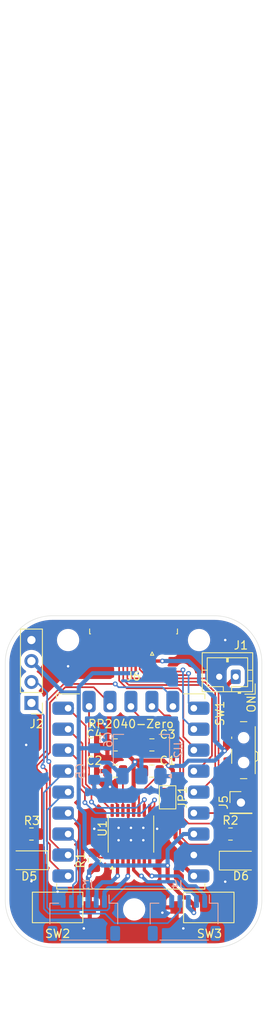
<source format=kicad_pcb>
(kicad_pcb (version 20240108) (generator "pcbnew") (generator_version "8.0")
  (layers (0 "F.Cu" signal) (31 "B.Cu" signal) (34 "B.Paste" user) (35 "F.Paste" user) (36 "B.SilkS" user "B.Silkscreen") (37 "F.SilkS" user "F.Silkscreen") (38 "B.Mask" user) (39 "F.Mask" user) (44 "Edge.Cuts" user))
  (net 0 "")
  (net 1 "Net-(U1-VCP)")
  (net 2 "+BATT")
  (net 3 "GND")
  (net 4 "Net-(U1-VINT)")
  (net 5 "Net-(J1-Pin_1)")
  (net 6 "+3V3")
  (net 7 "RX")
  (net 8 "TX")
  (net 9 "Net-(J3-Pin_2)")
  (net 10 "Net-(J3-Pin_1)")
  (net 11 "GP9")
  (net 12 "GP8")
  (net 13 "GP2")
  (net 14 "Net-(J4-Pin_2)")
  (net 15 "GP3")
  (net 16 "Net-(J4-Pin_1)")
  (net 17 "GP14")
  (net 18 "A2")
  (net 19 "A3")
  (net 20 "A1")
  (net 21 "A0")
  (net 22 "Net-(U1-~{SLEEP})")
  (net 23 "GP11")
  (net 24 "GP10")
  (net 25 "GP13")
  (net 26 "GP6")
  (net 27 "GP15")
  (net 28 "GP5")
  (net 29 "GP7")
  (net 30 "GP12")
  (net 31 "GP4")
  (net 34 "Net-(D5-A)")
  (net 35 "Net-(D6-A)")
  (net 36 "Net-(JP1-B)")
  (footprint "Button_Switch_SMD:SW_SPST_CK_RS282G05A3" (layer "F.Cu") (at 146.595 160.655 180)
    (property "Reference" "SW3" (at -0.09 -3.175 0) (layer "F.SilkS"))
    (property "Value" "SW_Push")
    (pad "1" smd rect (at -3.9 0 180) (size 1.5 1.5) (layers "F.Cu" "F.Paste" "F.Mask") (net 30 "GP12"))
    (pad "2" smd rect (at 3.9 0 180) (size 1.5 1.5) (layers "F.Cu" "F.Paste" "F.Mask") (net 3 "GND"))
  )
  (footprint "Resistor_SMD:R_0805_2012Metric" (layer "F.Cu") (at 132.715 154.94 90)
    (property "Reference" "R1" (at 0 -1.65 90) (layer "F.SilkS"))
    (property "Value" "20k")
    (pad "1" smd roundrect (at -0.9125 0 90) (size 1.025 1.4) (layers "F.Cu" "F.Paste" "F.Mask") (roundrect_rratio 0.243902) (net 6 "+3V3"))
    (pad "2" smd roundrect (at 0.9125 0 90) (size 1.025 1.4) (layers "F.Cu" "F.Paste" "F.Mask") (roundrect_rratio 0.243902) (net 22 "Net-(U1-~{SLEEP})"))
  )
  (footprint "Capacitor_SMD:C_0805_2012Metric" (layer "F.Cu") (at 139.7 140.97)
    (property "Reference" "C3" (at 1.905 -1.27 0) (layer "F.SilkS"))
    (property "Value" "22uF")
    (pad "1" smd roundrect (at -0.95 0) (size 1 1.45) (layers "F.Cu" "F.Paste" "F.Mask") (net 2 "+BATT"))
    (pad "2" smd roundrect (at 0.95 0) (size 1 1.45) (layers "F.Cu" "F.Paste" "F.Mask") (net 3 "GND"))
  )
  (footprint "Connector_PinHeader_2.54mm:PinHeader_1x01_P2.54mm_Vertical" (layer "F.Cu") (at 150.495 147.955)
    (property "Reference" "J5" (at -2.107206 -0.02301 90) (layer "F.SilkS"))
    (property "Value" "GND")
    (pad "1" thru_hole rect (at 0 0) (size 1.7 1.7) (drill 1) (layers "*.Cu" "*.Mask") (net 3 "GND"))
  )
  (footprint "Capacitor_SMD:C_0805_2012Metric" (layer "F.Cu") (at 139.7 144.145)
    (property "Reference" "C1" (at 1.905 -1.27 0) (layer "F.SilkS"))
    (property "Value" "10nF")
    (pad "1" smd roundrect (at -0.95 0) (size 1 1.45) (layers "F.Cu" "F.Paste" "F.Mask") (net 2 "+BATT"))
    (pad "2" smd roundrect (at 0.95 0) (size 1 1.45) (layers "F.Cu" "F.Paste" "F.Mask") (net 1 "Net-(U1-VCP)"))
  )
  (footprint "" (layer "F.Cu") (at 129.54 128.27)
    (property "Reference" "" (at 0 0 0) (layer "F.SilkS") (effects (font (size 1.27 1.27))))
    (property "Value" "")
    (pad "" np_thru_hole circle (at 0 0) (size 2.2 2.2) (drill 2.2) (layers "*.Cu" "*.Mask"))
  )
  (footprint "Package_SO:HTSSOP-16-1EP_4.4x5mm_P0.65mm_EP3.4x5mm_Mask2.46x2.31mm_ThermalVias" (layer "F.Cu") (at 137.16 151.765 90)
    (property "Reference" "U1" (at 0.665 -3.45 90) (layer "F.SilkS"))
    (property "Value" "DRV8833PW")
    (pad "1" smd roundrect (at -2.8625 -2.275 90) (size 1.575 0.4) (layers "F.Cu" "F.Paste" "F.Mask") (net 22 "Net-(U1-~{SLEEP})"))
    (pad "2" smd roundrect (at -2.8625 -1.625 90) (size 1.575 0.4) (layers "F.Cu" "F.Paste" "F.Mask") (net 9 "Net-(J3-Pin_2)"))
    (pad "3" smd roundrect (at -2.8625 -0.975 90) (size 1.575 0.4) (layers "F.Cu" "F.Paste" "F.Mask") (net 3 "GND"))
    (pad "4" smd roundrect (at -2.8625 -0.325 90) (size 1.575 0.4) (layers "F.Cu" "F.Paste" "F.Mask") (net 10 "Net-(J3-Pin_1)"))
    (pad "5" smd roundrect (at -2.8625 0.325 90) (size 1.575 0.4) (layers "F.Cu" "F.Paste" "F.Mask") (net 14 "Net-(J4-Pin_2)"))
    (pad "6" smd roundrect (at -2.8625 0.975 90) (size 1.575 0.4) (layers "F.Cu" "F.Paste" "F.Mask") (net 3 "GND"))
    (pad "7" smd roundrect (at -2.8625 1.625 90) (size 1.575 0.4) (layers "F.Cu" "F.Paste" "F.Mask") (net 16 "Net-(J4-Pin_1)"))
    (pad "8" smd roundrect (at -2.8625 2.275 90) (size 1.575 0.4) (layers "F.Cu" "F.Paste" "F.Mask"))
    (pad "9" smd roundrect (at 2.8625 2.275 90) (size 1.575 0.4) (layers "F.Cu" "F.Paste" "F.Mask") (net 26 "GP6"))
    (pad "10" smd roundrect (at 2.8625 1.625 90) (size 1.575 0.4) (layers "F.Cu" "F.Paste" "F.Mask") (net 29 "GP7"))
    (pad "11" smd roundrect (at 2.8625 0.975 90) (size 1.575 0.4) (layers "F.Cu" "F.Paste" "F.Mask") (net 1 "Net-(U1-VCP)"))
    (pad "12" smd roundrect (at 2.8625 0.325 90) (size 1.575 0.4) (layers "F.Cu" "F.Paste" "F.Mask") (net 2 "+BATT"))
    (pad "13" smd roundrect (at 2.8625 -0.325 90) (size 1.575 0.4) (layers "F.Cu" "F.Paste" "F.Mask") (net 3 "GND"))
    (pad "14" smd roundrect (at 2.8625 -0.975 90) (size 1.575 0.4) (layers "F.Cu" "F.Paste" "F.Mask") (net 4 "Net-(U1-VINT)"))
    (pad "15" smd roundrect (at 2.8625 -1.625 90) (size 1.575 0.4) (layers "F.Cu" "F.Paste" "F.Mask") (net 11 "GP9"))
    (pad "16" smd roundrect (at 2.8625 -2.275 90) (size 1.575 0.4) (layers "F.Cu" "F.Paste" "F.Mask") (net 12 "GP8"))
    (pad "17" thru_hole circle (at -0.75 -1.5 90) (size 0.6 0.6) (drill 0.3) (property pad_prop_heatsink) (layers "*.Cu") (net 3 "GND"))
    (pad "17" thru_hole circle (at -0.75 0 90) (size 0.6 0.6) (drill 0.3) (property pad_prop_heatsink) (layers "*.Cu") (net 3 "GND"))
    (pad "17" thru_hole circle (at -0.75 1.5 90) (size 0.6 0.6) (drill 0.3) (property pad_prop_heatsink) (layers "*.Cu") (net 3 "GND"))
    (pad "17" smd rect (at 0 0 90) (size 2 3.5) (property pad_prop_heatsink) (layers "B.Cu") (net 3 "GND"))
    (pad "17" smd rect (at 0 0 90) (size 3.4 5) (property pad_prop_heatsink) (layers "F.Cu") (net 3 "GND"))
    (pad "17" thru_hole circle (at 0.75 -1.5 90) (size 0.6 0.6) (drill 0.3) (property pad_prop_heatsink) (layers "*.Cu") (net 3 "GND"))
    (pad "17" thru_hole circle (at 0.75 0 90) (size 0.6 0.6) (drill 0.3) (property pad_prop_heatsink) (layers "*.Cu") (net 3 "GND"))
    (pad "17" thru_hole circle (at 0.75 1.5 90) (size 0.6 0.6) (drill 0.3) (property pad_prop_heatsink) (layers "*.Cu") (net 3 "GND"))
  )
  (footprint "Connector_JST:JST_PH_B2B-PH-K_1x02_P2.00mm_Vertical" (layer "F.Cu") (at 149.86 132.715 180)
    (property "Reference" "J1" (at -0.635 3.81 0) (layer "F.SilkS"))
    (property "Value" "Power")
    (pad "1" thru_hole roundrect (at 0 0 180) (size 1.2 1.75) (drill 0.75) (layers "*.Cu" "*.Mask") (roundrect_rratio 0.208333) (net 5 "Net-(J1-Pin_1)"))
    (pad "2" thru_hole oval (at 2 0 180) (size 1.2 1.75) (drill 0.75) (layers "*.Cu" "*.Mask") (net 3 "GND"))
  )
  (footprint "Capacitor_SMD:C_0805_2012Metric" (layer "F.Cu") (at 135.255 144.145)
    (property "Reference" "C2" (at -2.54 -1.27 0) (layer "F.SilkS"))
    (property "Value" "2.2uF")
    (pad "1" smd roundrect (at -0.95 0) (size 1 1.45) (layers "F.Cu" "F.Paste" "F.Mask") (net 3 "GND"))
    (pad "2" smd roundrect (at 0.95 0) (size 1 1.45) (layers "F.Cu" "F.Paste" "F.Mask") (net 4 "Net-(U1-VINT)"))
  )
  (footprint "Resistor_SMD:R_0805_2012Metric" (layer "F.Cu") (at 125.095 151.765 180)
    (property "Reference" "R3" (at -0.055789 1.608728 0) (layer "F.SilkS"))
    (property "Value" "220R")
    (pad "1" smd roundrect (at -0.9125 0 180) (size 1.025 1.4) (layers "F.Cu" "F.Paste" "F.Mask") (roundrect_rratio 0.243902) (net 24 "GP10"))
    (pad "2" smd roundrect (at 0.9125 0 180) (size 1.025 1.4) (layers "F.Cu" "F.Paste" "F.Mask") (roundrect_rratio 0.243902) (net 34 "Net-(D5-A)"))
  )
  (footprint "MyPassives:SlimFPC_1x10-1MP_P0.5mm_Horizontal" (layer "F.Cu") (at 137.476957 129.564012 180)
    (property "Reference" "J6" (at 0 -3.1 0) (layer "F.SilkS"))
    (property "Value" "10x0.5mm FPC")
    (pad "1" smd rect (at -2.25 -1.35 180) (size 0.3 1.1) (layers "F.Cu" "F.Paste" "F.Mask") (net 2 "+BATT"))
    (pad "2" smd rect (at -1.75 -1.35 180) (size 0.3 1.1) (layers "F.Cu" "F.Paste" "F.Mask") (net 3 "GND"))
    (pad "3" smd rect (at -1.25 -1.35 180) (size 0.3 1.1) (layers "F.Cu" "F.Paste" "F.Mask") (net 27 "GP15"))
    (pad "4" smd rect (at -0.75 -1.35 180) (size 0.3 1.1) (layers "F.Cu" "F.Paste" "F.Mask") (net 17 "GP14"))
    (pad "5" smd rect (at -0.25 -1.35 180) (size 0.3 1.1) (layers "F.Cu" "F.Paste" "F.Mask") (net 6 "+3V3"))
    (pad "6" smd rect (at 0.25 -1.35 180) (size 0.3 1.1) (layers "F.Cu" "F.Paste" "F.Mask") (net 19 "A3"))
    (pad "7" smd rect (at 0.75 -1.35 180) (size 0.3 1.1) (layers "F.Cu" "F.Paste" "F.Mask") (net 18 "A2"))
    (pad "8" smd rect (at 1.25 -1.35 180) (size 0.3 1.1) (layers "F.Cu" "F.Paste" "F.Mask") (net 20 "A1"))
    (pad "9" smd rect (at 1.75 -1.35 180) (size 0.3 1.1) (layers "F.Cu" "F.Paste" "F.Mask") (net 21 "A0"))
    (pad "10" smd rect (at 2.25 -1.35 180) (size 0.3 1.1) (layers "F.Cu" "F.Paste" "F.Mask") (net 3 "GND"))
    (pad "MP" smd rect (at -3.798 1.016 180) (size 2.056 2.54) (layers "F.Cu" "F.Paste" "F.Mask"))
    (pad "MP" smd rect (at 3.798 1.016 180) (size 2.056 2.54) (layers "F.Cu" "F.Paste" "F.Mask"))
  )
  (footprint "" (layer "F.Cu") (at 145.415 128.27)
    (property "Reference" "" (at 0 0 0) (layer "F.SilkS") (effects (font (size 1.27 1.27))))
    (property "Value" "")
    (pad "" np_thru_hole circle (at 0 0) (size 2.2 2.2) (drill 2.2) (layers "*.Cu" "*.Mask"))
  )
  (footprint "LED_SMD:LED_1206_3216Metric" (layer "F.Cu") (at 124.828846 154.94 180)
    (property "Reference" "D5" (at 0 -1.938672 0) (layer "F.SilkS"))
    (property "Value" "LED")
    (pad "1" smd roundrect (at -1.4 0 180) (size 1.25 1.75) (layers "F.Cu" "F.Paste" "F.Mask") (roundrect_rratio 0.2) (net 3 "GND"))
    (pad "2" smd roundrect (at 1.4 0 180) (size 1.25 1.75) (layers "F.Cu" "F.Paste" "F.Mask") (roundrect_rratio 0.2) (net 34 "Net-(D5-A)"))
  )
  (footprint "Capacitor_SMD:C_0805_2012Metric" (layer "F.Cu") (at 135.255 140.97 180)
    (property "Reference" "C4" (at 2.54 1.27 0) (layer "F.SilkS"))
    (property "Value" "100nF")
    (pad "1" smd roundrect (at -0.95 0 180) (size 1 1.45) (layers "F.Cu" "F.Paste" "F.Mask") (net 2 "+BATT"))
    (pad "2" smd roundrect (at 0.95 0 180) (size 1 1.45) (layers "F.Cu" "F.Paste" "F.Mask") (net 3 "GND"))
  )
  (footprint "MountingHole:MountingHole_2.2mm_M2" (layer "F.Cu") (at 137.548447 160.893108)
    (property "Reference" "REF**" (hide yes))
    (property "Value" "MountingHole_2.2mm_M2" (hide yes))
    (pad "" np_thru_hole circle (at 0 0) (size 2.2 2.2) (drill 2.2) (layers "*.Cu" "*.Mask"))
  )
  (footprint "Jumper:SolderJumper-2_P1.3mm_Open_Pad1.0x1.5mm" (layer "F.Cu") (at 141.605 147.32 -90)
    (property "Reference" "JP1" (at 0 -1.8 90) (layer "F.SilkS"))
    (property "Value" "Bat-Direct")
    (pad "1" smd rect (at -0.65 0 270) (size 1 1.5) (layers "F.Cu" "F.Mask") (net 2 "+BATT"))
    (pad "2" smd rect (at 0.65 0 270) (size 1 1.5) (layers "F.Cu" "F.Mask") (net 36 "Net-(JP1-B)"))
  )
  (footprint "RP2040-Zero-Kicad:RP2040-Zero-outline" (layer "F.Cu") (at 147.32 133.985 180)
    (property "Reference" "RZ1")
    (property "Value" "RP2040-Zero" (at 10.16 -4.445 0) (layer "F.SilkS"))
    (pad "1" thru_hole roundrect (at 17.78 -22.86 180) (size 2.6 1.6) (drill 0.8 (offset 0.6 0)) (layers "*.Cu" "*.Mask") (net 8 "TX"))
    (pad "2" thru_hole roundrect (at 17.78 -20.32 180) (size 2.6 1.6) (drill 0.8 (offset 0.6 0)) (layers "*.Cu" "*.Mask") (net 7 "RX"))
    (pad "3" thru_hole roundrect (at 17.78 -17.78 180) (size 2.6 1.6) (drill 0.8 (offset 0.6 0)) (layers "*.Cu" "*.Mask") (net 13 "GP2"))
    (pad "4" thru_hole roundrect (at 17.78 -15.24 180) (size 2.6 1.6) (drill 0.8 (offset 0.6 0)) (layers "*.Cu" "*.Mask") (net 15 "GP3"))
    (pad "5" thru_hole roundrect (at 17.78 -12.7 180) (size 2.6 1.6) (drill 0.8 (offset 0.6 0)) (layers "*.Cu" "*.Mask") (net 31 "GP4"))
    (pad "6" thru_hole roundrect (at 17.78 -10.16 180) (size 2.6 1.6002) (drill 0.8 (offset 0.6 0)) (layers "*.Cu" "*.Mask") (net 28 "GP5"))
    (pad "7" thru_hole roundrect (at 17.78 -7.62 180) (size 2.6 1.6002) (drill 0.8 (offset 0.6 0)) (layers "*.Cu" "*.Mask") (net 26 "GP6"))
    (pad "8" thru_hole roundrect (at 17.78 -5.08 180) (size 2.6 1.6002) (drill 0.8 (offset 0.6 0)) (layers "*.Cu" "*.Mask") (net 29 "GP7"))
    (pad "9" thru_hole roundrect (at 17.78 -2.54 180) (size 2.6 1.6002) (drill 0.8 (offset 0.6 0)) (layers "*.Cu" "*.Mask") (net 12 "GP8"))
    (pad "10" thru_hole roundrect (at 15.24 -2.33 180) (size 1.6 2.6) (drill 0.8 (offset 0 0.6)) (layers "*.Cu" "*.Mask") (net 11 "GP9"))
    (pad "11" thru_hole roundrect (at 12.7 -2.33 180) (size 1.5748 2.6) (drill 0.8 (offset 0 0.6)) (layers "*.Cu" "*.Mask") (net 24 "GP10"))
    (pad "12" thru_hole roundrect (at 10.16 -2.33 180) (size 1.5748 2.6) (drill 0.8 (offset 0 0.6)) (layers "*.Cu" "*.Mask") (net 23 "GP11"))
    (pad "13" thru_hole roundrect (at 7.62 -2.33 180) (size 1.5748 2.6) (drill 0.8 (offset 0 0.6)) (layers "*.Cu" "*.Mask") (net 30 "GP12"))
    (pad "14" thru_hole roundrect (at 5.08 -2.33 180) (size 1.5748 2.6) (drill 0.8 (offset 0 0.6)) (layers "*.Cu" "*.Mask") (net 25 "GP13"))
    (pad "15" thru_hole roundrect (at 2.54 -2.54 180) (size 2.6 1.6002) (drill 0.8 (offset -0.6 0)) (layers "*.Cu" "*.Mask") (net 17 "GP14"))
    (pad "16" thru_hole roundrect (at 2.54 -5.08 180) (size 2.6 1.6002) (drill 0.8 (offset -0.6 0)) (layers "*.Cu" "*.Mask") (net 27 "GP15"))
    (pad "17" thru_hole roundrect (at 2.54 -7.62 180) (size 2.6 1.6002) (drill 0.8 (offset -0.6 0)) (layers "*.Cu" "*.Mask") (net 21 "A0"))
    (pad "18" thru_hole roundrect (at 2.54 -10.16 180) (size 2.6 1.6002) (drill 0.8 (offset -0.6 0)) (layers "*.Cu" "*.Mask") (net 20 "A1"))
    (pad "19" thru_hole roundrect (at 2.54 -12.7 180) (size 2.6 1.6002) (drill 0.8 (offset -0.6 0)) (layers "*.Cu" "*.Mask") (net 18 "A2"))
    (pad "20" thru_hole roundrect (at 2.54 -15.24 180) (size 2.6 1.6002) (drill 0.8 (offset -0.6 0)) (layers "*.Cu" "*.Mask") (net 19 "A3"))
    (pad "21" thru_hole roundrect (at 2.54 -17.78 180) (size 2.6 1.6002) (drill 0.8 (offset -0.6 0)) (layers "*.Cu" "*.Mask") (net 6 "+3V3"))
    (pad "22" thru_hole roundrect (at 2.54 -20.32 180) (size 2.6 1.6002) (drill 0.8 (offset -0.6 0)) (layers "*.Cu" "*.Mask") (net 3 "GND"))
    (pad "23" thru_hole roundrect (at 2.54 -22.86 180) (size 2.6 1.6002) (drill 0.8 (offset -0.6 0)) (layers "*.Cu" "*.Mask") (net 36 "Net-(JP1-B)"))
  )
  (footprint "Resistor_SMD:R_0805_2012Metric" (layer "F.Cu") (at 149.225 151.765)
    (property "Reference" "R2" (at 0 -1.65 0) (layer "F.SilkS"))
    (property "Value" "220R")
    (pad "1" smd roundrect (at -0.9125 0) (size 1.025 1.4) (layers "F.Cu" "F.Paste" "F.Mask") (roundrect_rratio 0.243902) (net 23 "GP11"))
    (pad "2" smd roundrect (at 0.9125 0) (size 1.025 1.4) (layers "F.Cu" "F.Paste" "F.Mask") (roundrect_rratio 0.243902) (net 35 "Net-(D6-A)"))
  )
  (footprint "Button_Switch_SMD:SW_SPDT_PCM12" (layer "F.Cu") (at 150.495 141.605 90)
    (property "Reference" "SW1" (at 4.445 -2.54 -90) (layer "F.SilkS"))
    (property "Value" "ON-OFF")
    (fp_text user "ON" (at 4.445 1.27 90) (layer "F.SilkS") (effects (justify left)))
    (pad "" smd rect (at -3.65 -0.78 90) (size 1 0.8) (layers "F.Cu" "F.Paste" "F.Mask"))
    (pad "" smd rect (at -3.65 1.43 90) (size 1 0.8) (layers "F.Cu" "F.Paste" "F.Mask"))
    (pad "" np_thru_hole circle (at -1.5 0.33 90) (size 0.9 0.9) (drill 0.9) (layers "*.Cu" "*.Mask"))
    (pad "" np_thru_hole circle (at 1.5 0.33 90) (size 0.9 0.9) (drill 0.9) (layers "*.Cu" "*.Mask"))
    (pad "" smd rect (at 3.65 -0.78 90) (size 1 0.8) (layers "F.Cu" "F.Paste" "F.Mask"))
    (pad "" smd rect (at 3.65 1.43 90) (size 1 0.8) (layers "F.Cu" "F.Paste" "F.Mask"))
    (pad "1" smd rect (at -2.25 -1.43 90) (size 0.7 1.5) (layers "F.Cu" "F.Paste" "F.Mask"))
    (pad "2" smd rect (at 0.75 -1.43 90) (size 0.7 1.5) (layers "F.Cu" "F.Paste" "F.Mask") (net 2 "+BATT"))
    (pad "3" smd rect (at 2.25 -1.43 90) (size 0.7 1.5) (layers "F.Cu" "F.Paste" "F.Mask") (net 5 "Net-(J1-Pin_1)"))
  )
  (footprint "LED_SMD:LED_1206_3216Metric" (layer "F.Cu") (at 150.161931 154.982509)
    (property "Reference" "D6" (at 0.333069 1.862491 0) (layer "F.SilkS"))
    (property "Value" "LED")
    (pad "1" smd roundrect (at -1.4 0) (size 1.25 1.75) (layers "F.Cu" "F.Paste" "F.Mask") (roundrect_rratio 0.2) (net 3 "GND"))
    (pad "2" smd roundrect (at 1.4 0) (size 1.25 1.75) (layers "F.Cu" "F.Paste" "F.Mask") (roundrect_rratio 0.2) (net 35 "Net-(D6-A)"))
  )
  (footprint "Button_Switch_SMD:SW_SPST_CK_RS282G05A3" (layer "F.Cu") (at 128.27 160.655)
    (property "Reference" "SW2" (at 0 3.175 0) (layer "F.SilkS"))
    (property "Value" "SW_Push")
    (pad "1" smd rect (at -3.9 0) (size 1.5 1.5) (layers "F.Cu" "F.Paste" "F.Mask") (net 25 "GP13"))
    (pad "2" smd rect (at 3.9 0) (size 1.5 1.5) (layers "F.Cu" "F.Paste" "F.Mask") (net 3 "GND"))
  )
  (footprint "Connector_PinHeader_2.54mm:PinHeader_1x04_P2.54mm_Vertical" (layer "F.Cu") (at 125.095 135.89 180)
    (property "Reference" "J2" (at -0.635 -2.54 0) (layer "F.SilkS"))
    (property "Value" "Serial")
    (pad "1" thru_hole rect (at 0 0 180) (size 1.7 1.7) (drill 1) (layers "*.Cu" "*.Mask") (net 8 "TX"))
    (pad "2" thru_hole oval (at 0 2.54 180) (size 1.7 1.7) (drill 1) (layers "*.Cu" "*.Mask") (net 7 "RX"))
    (pad "3" thru_hole oval (at 0 5.08 180) (size 1.7 1.7) (drill 1) (layers "*.Cu" "*.Mask") (net 6 "+3V3"))
    (pad "4" thru_hole oval (at 0 7.62 180) (size 1.7 1.7) (drill 1) (layers "*.Cu" "*.Mask") (net 3 "GND"))
  )
  (footprint "Package_TO_SOT_SMD:SOT-223-3_TabPin2" (layer "B.Cu") (at 138.43 141.605 90)
    (property "Reference" "U2" (at 0 4.5 90) (layer "B.SilkS") (effects (justify mirror)))
    (property "Value" "AP1117-33")
    (pad "1" smd roundrect (at -3.15 2.3 90) (size 2 1.5) (layers "B.Cu" "B.Paste" "B.Mask") (net 3 "GND"))
    (pad "2" smd roundrect (at -3.15 0 90) (size 2 1.5) (layers "B.Cu" "B.Paste" "B.Mask") (net 6 "+3V3"))
    (pad "2" smd roundrect (at 3.15 0 90) (size 2 3.8) (layers "B.Cu" "B.Paste" "B.Mask") (net 6 "+3V3"))
    (pad "3" smd roundrect (at -3.15 -2.3 90) (size 2 1.5) (layers "B.Cu" "B.Paste" "B.Mask") (net 2 "+BATT"))
  )
  (footprint "Connector_JST:JST_SH_SM06B-SRSS-TB_1x06-1MP_P1.00mm_Horizontal" (layer "B.Cu") (at 131.445 161.925 180)
    (property "Reference" "J3" (at -0.595 3.98 0) (layer "B.SilkS") (effects (justify mirror)))
    (property "Value" "MotorA")
    (pad "1" smd roundrect (at -2.5 2 180) (size 0.6 1.55) (layers "B.Cu" "B.Paste" "B.Mask") (net 10 "Net-(J3-Pin_1)"))
    (pad "2" smd roundrect (at -1.5 2 180) (size 0.6 1.55) (layers "B.Cu" "B.Paste" "B.Mask") (net 9 "Net-(J3-Pin_2)"))
    (pad "3" smd roundrect (at -0.5 2 180) (size 0.6 1.55) (layers "B.Cu" "B.Paste" "B.Mask") (net 6 "+3V3"))
    (pad "4" smd roundrect (at 0.5 2 180) (size 0.6 1.55) (layers "B.Cu" "B.Paste" "B.Mask") (net 15 "GP3"))
    (pad "5" smd roundrect (at 1.5 2 180) (size 0.6 1.55) (layers "B.Cu" "B.Paste" "B.Mask") (net 13 "GP2"))
    (pad "6" smd roundrect (at 2.5 2 180) (size 0.6 1.55) (layers "B.Cu" "B.Paste" "B.Mask") (net 3 "GND"))
    (pad "MP" smd roundrect (at -3.8 -1.875 180) (size 1.2 1.8) (layers "B.Cu" "B.Paste" "B.Mask") (roundrect_rratio 0.208333))
    (pad "MP" smd roundrect (at 3.8 -1.875 180) (size 1.2 1.8) (layers "B.Cu" "B.Paste" "B.Mask") (roundrect_rratio 0.208333))
  )
  (footprint "Connector_JST:JST_SH_SM06B-SRSS-TB_1x06-1MP_P1.00mm_Horizontal" (layer "B.Cu") (at 143.605 161.925 180)
    (property "Reference" "J4" (at 0.73 3.98 0) (layer "B.SilkS") (effects (justify mirror)))
    (property "Value" "MotorB")
    (pad "1" smd roundrect (at -2.5 2 180) (size 0.6 1.55) (layers "B.Cu" "B.Paste" "B.Mask") (net 16 "Net-(J4-Pin_1)"))
    (pad "2" smd roundrect (at -1.5 2 180) (size 0.6 1.55) (layers "B.Cu" "B.Paste" "B.Mask") (net 14 "Net-(J4-Pin_2)"))
    (pad "3" smd roundrect (at -0.5 2 180) (size 0.6 1.55) (layers "B.Cu" "B.Paste" "B.Mask") (net 6 "+3V3"))
    (pad "4" smd roundrect (at 0.5 2 180) (size 0.6 1.55) (layers "B.Cu" "B.Paste" "B.Mask") (net 28 "GP5"))
    (pad "5" smd roundrect (at 1.5 2 180) (size 0.6 1.55) (layers "B.Cu" "B.Paste" "B.Mask") (net 31 "GP4"))
    (pad "6" smd roundrect (at 2.5 2 180) (size 0.6 1.55) (layers "B.Cu" "B.Paste" "B.Mask") (net 3 "GND"))
    (pad "MP" smd roundrect (at -3.8 -1.875 180) (size 1.2 1.8) (layers "B.Cu" "B.Paste" "B.Mask") (roundrect_rratio 0.208333))
    (pad "MP" smd roundrect (at 3.8 -1.875 180) (size 1.2 1.8) (layers "B.Cu" "B.Paste" "B.Mask") (roundrect_rratio 0.208333))
  )
  (footprint "Capacitor_SMD:C_0805_2012Metric_Pad1.18x1.45mm_HandSolder" (layer "B.Cu") (at 132.715 144.145 -90)
    (property "Reference" "C5" (at 0 1.68 90) (layer "B.SilkS") (effects (justify mirror)))
    (property "Value" "4.7uF")
    (pad "1" smd roundrect (at -1.0375 0 270) (size 1.175 1.45) (layers "B.Cu" "B.Paste" "B.Mask") (roundrect_rratio 0.212766) (net 2 "+BATT"))
    (pad "2" smd roundrect (at 1.0375 0 270) (size 1.175 1.45) (layers "B.Cu" "B.Paste" "B.Mask") (roundrect_rratio 0.212766) (net 3 "GND"))
  )
  (footprint "Capacitor_SMD:C_0805_2012Metric_Pad1.18x1.45mm_HandSolder" (layer "B.Cu") (at 132.715 140.335 90)
    (property "Reference" "C6" (at 0 1.68 90) (layer "B.SilkS") (effects (justify mirror)))
    (property "Value" "4.7uF")
    (pad "1" smd roundrect (at -1.0375 0 90) (size 1.175 1.45) (layers "B.Cu" "B.Paste" "B.Mask") (roundrect_rratio 0.212766) (net 6 "+3V3"))
    (pad "2" smd roundrect (at 1.0375 0 90) (size 1.175 1.45) (layers "B.Cu" "B.Paste" "B.Mask") (roundrect_rratio 0.212766) (net 3 "GND"))
  )
  (gr_arc (start 147.32 125.326115) (mid 151.361115 127) (end 153.035 131.041115) (stroke (width 0.05)) (layer "Edge.Cuts"))
  (gr_line (start 153.035 131.041115) (end 153.035001 159.788885) (stroke (width 0.05)) (layer "Edge.Cuts"))
  (gr_line (start 121.92 131.041115) (end 121.919999 159.788885) (stroke (width 0.05)) (layer "Edge.Cuts"))
  (gr_arc (start 127.634999 165.503885) (mid 123.593884 163.83) (end 121.919999 159.788885) (stroke (width 0.05)) (layer "Edge.Cuts"))
  (gr_arc (start 121.92 131.041115) (mid 123.593885 127) (end 127.635 125.326115) (stroke (width 0.05)) (layer "Edge.Cuts"))
  (gr_line (start 127.634999 165.503885) (end 147.320001 165.503885) (stroke (width 0.05)) (layer "Edge.Cuts"))
  (gr_arc (start 153.035001 159.788885) (mid 151.361116 163.83) (end 147.320001 165.503885) (stroke (width 0.05)) (layer "Edge.Cuts"))
  (gr_line (start 127.635 125.326115) (end 147.32 125.326115) (stroke (width 0.05)) (layer "Edge.Cuts"))
  (segment (start 140.65 144.145) (end 140.65 144.465) (width 0.2) (layer "F.Cu") (net 1))
  (segment (start 140.65 144.465) (end 138.135 146.98) (width 0.2) (layer "F.Cu") (net 1))
  (segment (start 138.135 146.98) (end 138.135 148.9025) (width 0.2) (layer "F.Cu") (net 1))
  (segment (start 138.75 144.135) (end 138.75 144.145) (width 0.5) (layer "F.Cu") (net 2))
  (segment (start 137.485 148.9025) (end 137.485 143.185) (width 0.5) (layer "F.Cu") (net 2))
  (segment (start 141.72 143.493122) (end 142.24 144.013122) (width 0.5) (layer "F.Cu") (net 2))
  (segment (start 138.75 140.97) (end 136.205 140.97) (width 0.5) (layer "F.Cu") (net 2))
  (segment (start 137.6425 143.0275) (end 137.485 142.87) (width 0.5) (layer "F.Cu") (net 2))
  (segment (start 137.8 142.87) (end 141.096878 142.87) (width 0.5) (layer "F.Cu") (net 2))
  (segment (start 139.776957 130.864012) (end 139.776957 130.914012) (width 0.4) (layer "F.Cu") (net 2))
  (segment (start 142.24 144.013122) (end 142.24 146.035) (width 0.5) (layer "F.Cu") (net 2))
  (segment (start 136.205 141.59) (end 136.205 140.97) (width 0.5) (layer "F.Cu") (net 2))
  (segment (start 148.51 141.685) (end 149.065 141.13) (width 0.5) (layer "F.Cu") (net 2))
  (segment (start 138.75 144.145) (end 138.75 144.276264) (width 0.5) (layer "F.Cu") (net 2))
  (segment (start 137.485 142.87) (end 138.75 144.135) (width 0.5) (layer "F.Cu") (net 2))
  (segment (start 139.830969 130.81) (end 139.776957 130.864012) (width 0.4) (layer "F.Cu") (net 2))
  (segment (start 137.485 142.87) (end 136.205 141.59) (width 0.5) (layer "F.Cu") (net 2))
  (segment (start 140.97 130.81) (end 139.830969 130.81) (width 0.4) (layer "F.Cu") (net 2))
  (segment (start 142.24 146.035) (end 141.605 146.67) (width 0.5) (layer "F.Cu") (net 2))
  (segment (start 149.065 141.13) (end 149.065 140.855) (width 0.5) (layer "F.Cu") (net 2))
  (segment (start 141.096878 142.87) (end 141.72 143.493122) (width 0.5) (layer "F.Cu") (net 2))
  (segment (start 137.485 143.185) (end 137.6425 143.0275) (width 0.5) (layer "F.Cu") (net 2))
  (segment (start 137.6425 143.0275) (end 137.8 142.87) (width 0.5) (layer "F.Cu") (net 2))
  (via (at 141.72 143.493122) (size 0.6) (drill 0.3) (layers "F.Cu" "B.Cu") (net 2))
  (via (at 137.6425 143.0275) (size 0.6) (drill 0.3) (layers "F.Cu" "B.Cu") (net 2))
  (via (at 140.97 130.81) (size 0.6) (drill 0.3) (layers "F.Cu" "B.Cu") (net 2))
  (via (at 148.51 141.685) (size 0.6) (drill 0.3) (layers "F.Cu" "B.Cu") (net 2))
  (segment (start 143.51 143.51) (end 141.736878 143.51) (width 0.5) (layer "B.Cu") (net 2))
  (segment (start 144.145 142.875) (end 143.51 143.51) (width 0.5) (layer "B.Cu") (net 2))
  (segment (start 134.4825 143.1075) (end 136.13 144.755) (width 0.5) (layer "B.Cu") (net 2))
  (segment (start 132.715 143.1075) (end 134.4825 143.1075) (width 0.5) (layer "B.Cu") (net 2))
  (segment (start 141.736878 143.51) (end 141.72 143.493122) (width 0.5) (layer "B.Cu") (net 2))
  (segment (start 147.32 135.255) (end 145.415 133.35) (width 0.5) (layer "B.Cu") (net 2))
  (segment (start 137.6425 143.0275) (end 137.6425 143.2425) (width 0.5) (layer "B.Cu") (net 2))
  (segment (start 145.415 133.35) (end 145.415 132.08) (width 0.5) (layer "B.Cu") (net 2))
  (segment (start 144.145 130.81) (end 140.97 130.81) (width 0.5) (layer "B.Cu") (net 2))
  (segment (start 145.415 132.08) (end 144.145 130.81) (width 0.5) (layer "B.Cu") (net 2))
  (segment (start 147.32 140.495) (end 147.32 135.255) (width 0.5) (layer "B.Cu") (net 2))
  (segment (start 147.32 142.875) (end 144.145 142.875) (width 0.5) (layer "B.Cu") (net 2))
  (segment (start 137.6425 143.2425) (end 136.13 144.755) (width 0.5) (layer "B.Cu") (net 2))
  (segment (start 148.51 141.685) (end 147.32 140.495) (width 0.5) (layer "B.Cu") (net 2))
  (segment (start 148.51 141.685) (end 147.32 142.875) (width 0.5) (layer "B.Cu") (net 2))
  (segment (start 136.185 154.6275) (end 136.185 153.840001) (width 0.3) (layer "F.Cu") (net 3))
  (segment (start 136.535001 153.49) (end 137.784999 153.49) (width 0.3) (layer "F.Cu") (net 3))
  (segment (start 138.135 153.840001) (end 138.135 154.6275) (width 0.3) (layer "F.Cu") (net 3))
  (segment (start 139.226957 129.701957) (end 139.226957 130.914012) (width 0.3) (layer "F.Cu") (net 3))
  (segment (start 136.185 153.840001) (end 136.535001 153.49) (width 0.3) (layer "F.Cu") (net 3))
  (segment (start 135.226957 130.914012) (end 134.695969 131.445) (width 0.3) (layer "F.Cu") (net 3))
  (segment (start 136.835 148.9025) (end 136.835 150.82) (width 0.3) (layer "F.Cu") (net 3))
  (segment (start 139.065 129.54) (end 139.226957 129.701957) (width 0.3) (layer "F.Cu") (net 3))
  (segment (start 136.835 150.82) (end 136.525 151.13) (width 0.3) (layer "F.Cu") (net 3))
  (segment (start 137.784999 153.49) (end 138.135 153.840001) (width 0.3) (layer "F.Cu") (net 3))
  (segment (start 134.695969 131.445) (end 133.985 131.445) (width 0.3) (layer "F.Cu") (net 3))
  (via (at 131.445 163.195) (size 0.6) (drill 0.3) (layers "F.Cu" "B.Cu") (net 3))
  (via (at 128.27 158.75) (size 0.6) (drill 0.3) (layers "F.Cu" "B.Cu") (net 3))
  (via (at 132.715 151.13) (size 0.6) (drill 0.3) (layers "F.Cu" "B.Cu") (net 3))
  (via (at 148.59 157.536765) (size 0.6) (drill 0.3) (layers "F.Cu" "B.Cu") (net 3))
  (via (at 148.59 128.27) (size 0.6) (drill 0.3) (layers "F.Cu" "B.Cu") (net 3))
  (via (at 133.985 138.43) (size 0.6) (drill 0.3) (layers "F.Cu" "B.Cu") (net 3))
  (via (at 129.54 131.445) (size 0.6) (drill 0.3) (layers "F.Cu" "B.Cu") (net 3))
  (via (at 125.095 157.48) (size 0.6) (drill 0.3) (layers "F.Cu" "B.Cu") (net 3))
  (via (at 134.62 146.05) (size 0.6) (drill 0.3) (layers "F.Cu" "B.Cu") (net 3))
  (via (at 140.97 161.29) (size 0.6) (drill 0.3) (layers "F.Cu" "B.Cu") (net 3))
  (via (at 124.46 140.97) (size 0.6) (drill 0.3) (layers "F.Cu" "B.Cu") (net 3))
  (via (at 143.51 163.195) (size 0.6) (drill 0.3) (layers "F.Cu" "B.Cu") (net 3))
  (via (at 140.335 151.13) (size 0.6) (drill 0.3) (layers "F.Cu" "B.Cu") (net 3))
  (segment (start 136.205 144.145) (end 136.185 144.165) (width 0.2) (layer "F.Cu") (net 4))
  (segment (start 136.185 144.165) (end 136.185 148.9025) (width 0.2) (layer "F.Cu") (net 4))
  (segment (start 148.865 133.71) (end 149.86 132.715) (width 0.5) (layer "F.Cu") (net 5))
  (segment (start 148.865 139.155) (end 148.865 133.71) (width 0.5) (layer "F.Cu") (net 5))
  (segment (start 149.065 139.355) (end 148.865 139.155) (width 0.5) (layer "F.Cu") (net 5))
  (segment (start 137.826957 132.284608) (end 137.726957 132.184608) (width 0.3) (layer "F.Cu") (net 6))
  (segment (start 143.58 159.455) (end 143.895 159.455) (width 0.5) (layer "F.Cu") (net 6))
  (segment (start 141.605 157.48) (end 143.58 159.455) (width 0.5) (layer "F.Cu") (net 6))
  (segment (start 143.895 159.455) (end 144.78 160.34) (width 0.5) (layer "F.Cu") (net 6))
  (segment (start 141.605 155.575) (end 141.605 157.48) (width 0.5) (layer "F.Cu") (net 6))
  (segment (start 144.78 160.34) (end 144.78 161.29) (width 0.5) (layer "F.Cu") (net 6))
  (segment (start 132.08 156.845) (end 132.715 156.21) (width 0.2) (layer "F.Cu") (net 6))
  (segment (start 137.726957 132.184608) (end 137.726957 130.914012) (width 0.3) (layer "F.Cu") (net 6))
  (segment (start 132.715 156.21) (end 132.715 155.8525) (width 0.2) (layer "F.Cu") (net 6))
  (via (at 144.78 161.29) (size 0.6) (drill 0.3) (layers "F.Cu" "B.Cu") (net 6))
  (via (at 137.826957 132.284608) (size 0.6) (drill 0.3) (layers "F.Cu" "B.Cu") (net 6))
  (via (at 132.08 156.845) (size 0.6) (drill 0.3) (layers "F.Cu" "B.Cu") (net 6))
  (via (at 141.605 155.575) (size 0.6) (drill 0.3) (layers "F.Cu" "B.Cu") (net 6))
  (segment (start 137.826957 132.284608) (end 132.510392 132.284608) (width 0.5) (layer "B.Cu") (net 6))
  (segment (start 131.0625 141.3725) (end 132.715 141.3725) (width 0.5) (layer "B.Cu") (net 6))
  (segment (start 131.535 149.243591) (end 131.535 153.4425) (width 0.5) (layer "B.Cu") (net 6))
  (segment (start 144.105 160.615) (end 144.105 159.925) (width 0.5) (layer "B.Cu") (net 6))
  (segment (start 138.43 138.455) (end 138.43 144.755) (width 0.5) (layer "B.Cu") (net 6))
  (segment (start 131.945 156.98) (end 131.945 159.925) (width 0.5) (layer "B.Cu") (net 6))
  (segment (start 132.08 156.845) (end 131.945 156.98) (width 0.5) (layer "B.Cu") (net 6))
  (segment (start 132.510392 132.284608) (end 130.83 133.965) (width 0.5) (layer "B.Cu") (net 6))
  (segment (start 144.78 161.29) (end 144.105 160.615) (width 0.5) (layer "B.Cu") (net 6))
  (segment (start 130.83 146.685) (end 130.83 148.538591) (width 0.5) (layer "B.Cu") (net 6))
  (segment (start 143.51 151.765) (end 141.605 153.67) (width 0.5) (layer "B.Cu") (net 6))
  (segment (start 132.08 156.21) (end 133.19125 155.09875) (width 0.5) (layer "B.Cu") (net 6))
  (segment (start 132.08 156.845) (end 132.08 156.21) (width 0.5) (layer "B.Cu") (net 6))
  (segment (start 128.905 134.62) (end 125.095 130.81) (width 0.5) (layer "B.Cu") (net 6))
  (segment (start 144.78 151.765) (end 143.51 151.765) (width 0.5) (layer "B.Cu") (net 6))
  (segment (start 135.5125 141.3725) (end 132.715 141.3725) (width 0.5) (layer "B.Cu") (net 6))
  (segment (start 130.83 141.605) (end 130.83 146.685) (width 0.5) (layer "B.Cu") (net 6))
  (segment (start 130.83 134.62) (end 128.905 134.62) (width 0.5) (layer "B.Cu") (net 6))
  (segment (start 130.83 148.538591) (end 131.535 149.243591) (width 0.5) (layer "B.Cu") (net 6))
  (segment (start 133.6675 155.575) (end 141.605 155.575) (width 0.5) (layer "B.Cu") (net 6))
  (segment (start 130.83 133.965) (end 130.83 141.605) (width 0.5) (layer "B.Cu") (net 6))
  (segment (start 131.535 153.4425) (end 133.6675 155.575) (width 0.5) (layer "B.Cu") (net 6))
  (segment (start 138.43 138.455) (end 135.5125 141.3725) (width 0.5) (layer "B.Cu") (net 6))
  (segment (start 130.83 141.605) (end 131.0625 141.3725) (width 0.5) (layer "B.Cu") (net 6))
  (segment (start 141.605 153.67) (end 141.605 155.575) (width 0.5) (layer "B.Cu") (net 6))
  (segment (start 127.34 143.121765) (end 127.34 152.45495) (width 0.2) (layer "F.Cu") (net 7))
  (segment (start 127.34 152.45495) (end 129.19005 154.305) (width 0.2) (layer "F.Cu") (net 7))
  (segment (start 129.19005 154.305) (end 129.54 154.305) (width 0.2) (layer "F.Cu") (net 7))
  (segment (start 127.2 142.981765) (end 127.34 143.121765) (width 0.2) (layer "F.Cu") (net 7))
  (via (at 127.2 142.981765) (size 0.6) (drill 0.3) (layers "F.Cu" "B.Cu") (net 7))
  (segment (start 127 142.781765) (end 127 134.62) (width 0.2) (layer "B.Cu") (net 7))
  (segment (start 127.2 142.981765) (end 127 142.781765) (width 0.2) (layer "B.Cu") (net 7))
  (segment (start 127 134.62) (end 125.73 133.35) (width 0.2) (layer "B.Cu") (net 7))
  (segment (start 125.73 133.35) (end 125.095 133.35) (width 0.2) (layer "B.Cu") (net 7))
  (segment (start 126.94 152.620636) (end 127.34 153.020636) (width 0.2) (layer "F.Cu") (net 8))
  (segment (start 126.94 144.05) (end 126.94 152.620636) (width 0.2) (layer "F.Cu") (net 8))
  (segment (start 127.34 154.99495) (end 129.19005 156.845) (width 0.2) (layer "F.Cu") (net 8))
  (segment (start 127.34 153.020636) (end 127.34 154.99495) (width 0.2) (layer "F.Cu") (net 8))
  (segment (start 126.489265 143.599265) (end 126.94 144.05) (width 0.2) (layer "F.Cu") (net 8))
  (segment (start 129.19005 156.845) (end 129.54 156.845) (width 0.2) (layer "F.Cu") (net 8))
  (via (at 126.489265 143.599265) (size 0.6) (drill 0.3) (layers "F.Cu" "B.Cu") (net 8))
  (segment (start 126.489265 143.599265) (end 126.4 143.51) (width 0.2) (layer "B.Cu") (net 8))
  (segment (start 126.6 143.061471) (end 126.6 137.395) (width 0.2) (layer "B.Cu") (net 8))
  (segment (start 126.6 137.395) (end 125.095 135.89) (width 0.2) (layer "B.Cu") (net 8))
  (segment (start 126.4 143.51) (end 126.4 143.261471) (width 0.2) (layer "B.Cu") (net 8))
  (segment (start 126.4 143.261471) (end 126.6 143.061471) (width 0.2) (layer "B.Cu") (net 8))
  (segment (start 135.535 156.845) (end 135.535 154.6275) (width 0.4) (layer "F.Cu") (net 9))
  (via (at 135.535 156.845) (size 0.6) (drill 0.3) (layers "F.Cu" "B.Cu") (net 9))
  (segment (start 132.985 159.885) (end 132.985 158.610001) (width 0.2) (layer "B.Cu") (net 9))
  (segment (start 133.693842 157.595) (end 132.985 158.303842) (width 0.5) (layer "B.Cu") (net 9))
  (segment (start 132.985 158.303842) (end 132.985 159.885) (width 0.5) (layer "B.Cu") (net 9))
  (segment (start 134.785 157.595) (end 133.693842 157.595) (width 0.5) (layer "B.Cu") (net 9))
  (segment (start 132.945 159.925) (end 132.985 159.885) (width 0.2) (layer "B.Cu") (net 9))
  (segment (start 135.535 156.845) (end 134.785 157.595) (width 0.5) (layer "B.Cu") (net 9))
  (segment (start 136.835 156.795) (end 136.835 154.6275) (width 0.4) (layer "F.Cu") (net 10))
  (segment (start 136.785 156.845) (end 136.835 156.795) (width 0.4) (layer "F.Cu") (net 10))
  (via (at 136.785 156.845) (size 0.6) (drill 0.3) (layers "F.Cu" "B.Cu") (net 10))
  (segment (start 136.785 156.845) (end 136.785 157.010661) (width 0.5) (layer "B.Cu") (net 10))
  (segment (start 134.44 158.295) (end 133.945 158.79) (width 0.5) (layer "B.Cu") (net 10))
  (segment (start 133.945 158.79) (end 133.945 159.925) (width 0.5) (layer "B.Cu") (net 10))
  (segment (start 135.500661 158.295) (end 134.44 158.295) (width 0.5) (layer "B.Cu") (net 10))
  (segment (start 136.785 157.010661) (end 135.500661 158.295) (width 0.5) (layer "B.Cu") (net 10))
  (segment (start 132.08 136.315) (end 132.08 145.415) (width 0.2) (layer "F.Cu") (net 11))
  (segment (start 134.48 147.815) (end 135.153456 147.815) (width 0.2) (layer "F.Cu") (net 11))
  (segment (start 132.08 145.415) (end 134.48 147.815) (width 0.2) (layer "F.Cu") (net 11))
  (segment (start 135.535 148.196544) (end 135.535 148.9025) (width 0.2) (layer "F.Cu") (net 11))
  (segment (start 135.153456 147.815) (end 135.535 148.196544) (width 0.2) (layer "F.Cu") (net 11))
  (segment (start 134.863186 148.9025) (end 134.885 148.9025) (width 0.2) (layer "F.Cu") (net 12))
  (segment (start 129.54 136.525) (end 131.68 138.665) (width 0.2) (layer "F.Cu") (net 12))
  (segment (start 131.68 138.665) (end 131.68 145.719314) (width 0.2) (layer "F.Cu") (net 12))
  (segment (start 131.68 145.719314) (end 134.863186 148.9025) (width 0.2) (layer "F.Cu") (net 12))
  (segment (start 130.175 136.525) (end 129.54 136.525) (width 0.2) (layer "B.Cu") (net 12))
  (segment (start 130.12995 159.74005) (end 130.12995 157.945) (width 0.2) (layer "B.Cu") (net 13))
  (segment (start 129.945 159.925) (end 130.12995 159.74005) (width 0.2) (layer "B.Cu") (net 13))
  (segment (start 130.12995 157.945) (end 130.54 157.53495) (width 0.2) (layer "B.Cu") (net 13))
  (segment (start 130.54 152.765) (end 129.54 151.765) (width 0.2) (layer "B.Cu") (net 13))
  (segment (start 128.905 151.765) (end 129.54 151.765) (width 0.2) (layer "B.Cu") (net 13))
  (segment (start 130.54 157.53495) (end 130.54 152.765) (width 0.2) (layer "B.Cu") (net 13))
  (segment (start 137.485 156.139878) (end 137.485 154.6275) (width 0.4) (layer "F.Cu") (net 14))
  (segment (start 138.43 156.845) (end 138.190122 156.845) (width 0.4) (layer "F.Cu") (net 14))
  (segment (start 138.190122 156.845) (end 137.485 156.139878) (width 0.4) (layer "F.Cu") (net 14))
  (via (at 138.43 156.845) (size 0.6) (drill 0.3) (layers "F.Cu" "B.Cu") (net 14))
  (segment (start 145.105 159.368026) (end 145.105 159.925) (width 0.4) (layer "B.Cu") (net 14))
  (segment (start 139.13 157.545) (end 142.726472 157.545) (width 0.4) (layer "B.Cu") (net 14))
  (segment (start 142.726472 157.545) (end 143.931472 158.75) (width 0.4) (layer "B.Cu") (net 14))
  (segment (start 143.931472 158.75) (end 144.486974 158.75) (width 0.4) (layer "B.Cu") (net 14))
  (segment (start 138.43 156.845) (end 139.13 157.545) (width 0.4) (layer "B.Cu") (net 14))
  (segment (start 144.486974 158.75) (end 145.105 159.368026) (width 0.4) (layer "B.Cu") (net 14))
  (segment (start 130.985 150.67) (end 129.54 149.225) (width 0.2) (layer "B.Cu") (net 15))
  (segment (start 130.945 159.925) (end 130.985 159.885) (width 0.2) (layer "B.Cu") (net 15))
  (segment (start 130.985 159.885) (end 130.985 150.67) (width 0.2) (layer "B.Cu") (net 15))
  (segment (start 128.905 149.225) (end 129.54 149.225) (width 0.2) (layer "B.Cu") (net 15))
  (segment (start 138.785 156.139878) (end 138.785 154.6275) (width 0.4) (layer "F.Cu") (net 16))
  (segment (start 139.7 156.845) (end 139.490122 156.845) (width 0.4) (layer "F.Cu") (net 16))
  (segment (start 139.490122 156.845) (end 138.785 156.139878) (width 0.4) (layer "F.Cu") (net 16))
  (via (at 139.7 156.845) (size 0.6) (drill 0.3) (layers "F.Cu" "B.Cu") (net 16))
  (segment (start 144.08 158.05) (end 145.004999 158.05) (width 0.4) (layer "B.Cu") (net 16))
  (segment (start 146.105 159.150001) (end 146.105 159.925) (width 0.4) (layer "B.Cu") (net 16))
  (segment (start 145.004999 158.05) (end 146.105 159.150001) (width 0.4) (layer "B.Cu") (net 16))
  (segment (start 139.7 156.845) (end 142.875 156.845) (width 0.4) (layer "B.Cu") (net 16))
  (segment (start 142.875 156.845) (end 144.08 158.05) (width 0.4) (layer "B.Cu") (net 16))
  (segment (start 138.226957 131.836079) (end 138.905878 132.515) (width 0.2) (layer "F.Cu") (net 17))
  (segment (start 138.905878 132.515) (end 143.945 132.515) (width 0.2) (layer "F.Cu") (net 17))
  (segment (start 138.226957 130.914012) (end 138.226957 131.836079) (width 0.2) (layer "F.Cu") (net 17))
  (segment (start 143.945 132.515) (end 144.145 132.315) (width 0.2) (layer "F.Cu") (net 17))
  (via (at 144.145 132.315) (size 0.6) (drill 0.3) (layers "F.Cu" "B.Cu") (net 17))
  (segment (start 144.145 132.315) (end 144.145 135.89) (width 0.2) (layer "B.Cu") (net 17))
  (segment (start 144.145 135.89) (end 144.78 136.525) (width 0.2) (layer "B.Cu") (net 17))
  (segment (start 137.125 133.315) (end 136.726957 132.916957) (width 0.2) (layer "F.Cu") (net 18))
  (segment (start 146.05 146.685) (end 145.767158 146.402157) (width 0.2) (layer "F.Cu") (net 18))
  (segment (start 144.78 146.685) (end 146.05 146.685) (width 0.2) (layer "F.Cu") (net 18))
  (segment (start 146.084314 133.315) (end 137.125 133.315) (width 0.2) (layer "F.Cu") (net 18))
  (segment (start 147.38 134.610686) (end 146.084314 133.315) (width 0.2) (layer "F.Cu") (net 18))
  (segment (start 145.767158 146.402157) (end 147.38 144.789315) (width 0.2) (layer "F.Cu") (net 18))
  (segment (start 147.38 144.789315) (end 147.38 134.610686) (width 0.2) (layer "F.Cu") (net 18))
  (segment (start 136.726957 132.916957) (end 136.726957 130.914012) (width 0.2) (layer "F.Cu") (net 18))
  (segment (start 137.226957 132.781957) (end 137.226957 130.914012) (width 0.2) (layer "F.Cu") (net 19))
  (segment (start 147.32 149.225) (end 147.78 148.765) (width 0.2) (layer "F.Cu") (net 19))
  (segment (start 144.78 149.225) (end 147.32 149.225) (width 0.2) (layer "F.Cu") (net 19))
  (segment (start 147.78 134.445) (end 147.78 148.765) (width 0.2) (layer "F.Cu") (net 19))
  (segment (start 137.36 132.915) (end 137.226957 132.781957) (width 0.2) (layer "F.Cu") (net 19))
  (segment (start 147.78 134.445) (end 146.25 132.915) (width 0.2) (layer "F.Cu") (net 19))
  (segment (start 146.25 132.915) (end 137.36 132.915) (width 0.2) (layer "F.Cu") (net 19))
  (segment (start 136.226957 133.051957) (end 136.226957 130.914012) (width 0.2) (layer "F.Cu") (net 20))
  (segment (start 146.98 142.295022) (end 146.98 134.915) (width 0.2) (layer "F.Cu") (net 20))
  (segment (start 146.98 134.915) (end 145.78 133.715) (width 0.2) (layer "F.Cu") (net 20))
  (segment (start 145.78 133.715) (end 136.89 133.715) (width 0.2) (layer "F.Cu") (net 20))
  (segment (start 144.78 144.145) (end 145.130022 144.145) (width 0.2) (layer "F.Cu") (net 20))
  (segment (start 136.89 133.715) (end 136.226957 133.051957) (width 0.2) (layer "F.Cu") (net 20))
  (segment (start 145.130022 144.145) (end 146.98 142.295022) (width 0.2) (layer "F.Cu") (net 20))
  (segment (start 143.51 134.703958) (end 142.921042 134.115) (width 0.2) (layer "F.Cu") (net 21))
  (segment (start 144.78 141.605) (end 145.130022 141.605) (width 0.2) (layer "F.Cu") (net 21))
  (segment (start 136.655 134.115) (end 135.726957 133.186957) (width 0.2) (layer "F.Cu") (net 21))
  (segment (start 142.921042 134.115) (end 136.655 134.115) (width 0.2) (layer "F.Cu") (net 21))
  (segment (start 135.726957 133.186957) (end 135.726957 130.914012) (width 0.2) (layer "F.Cu") (net 21))
  (segment (start 143.51 139.984978) (end 143.51 134.703958) (width 0.2) (layer "F.Cu") (net 21))
  (segment (start 145.130022 141.605) (end 143.51 139.984978) (width 0.2) (layer "F.Cu") (net 21))
  (segment (start 132.715 154.0275) (end 133.315 154.6275) (width 0.2) (layer "F.Cu") (net 22))
  (segment (start 133.315 154.6275) (end 134.885 154.6275) (width 0.2) (layer "F.Cu") (net 22))
  (segment (start 143.11 152) (end 144.145 153.035) (width 0.2) (layer "F.Cu") (net 23))
  (segment (start 141.605 137.795) (end 142.475 138.665) (width 0.2) (layer "F.Cu") (net 23))
  (segment (start 143.11 140.71635) (end 143.11 152) (width 0.2) (layer "F.Cu") (net 23))
  (segment (start 142.475 140.08135) (end 143.11 140.71635) (width 0.2) (layer "F.Cu") (net 23))
  (segment (start 147.0425 153.035) (end 148.3125 151.765) (width 0.2) (layer "F.Cu") (net 23))
  (segment (start 142.475 138.665) (end 142.475 140.08135) (width 0.2) (layer "F.Cu") (net 23))
  (segment (start 138.43 137.795) (end 141.605 137.795) (width 0.2) (layer "F.Cu") (net 23))
  (segment (start 137.16 136.315) (end 137.16 136.525) (width 0.2) (layer "F.Cu") (net 23))
  (segment (start 137.16 136.525) (end 138.43 137.795) (width 0.2) (layer "F.Cu") (net 23))
  (segment (start 144.145 153.035) (end 147.0425 153.035) (width 0.2) (layer "F.Cu") (net 23))
  (segment (start 132.63995 133.985) (end 134.62 135.96505) (width 0.2) (layer "F.Cu") (net 24))
  (segment (start 126.365 151.4075) (end 126.365 144.4625) (width 0.2) (layer "F.Cu") (net 24))
  (segment (start 129.189978 133.985) (end 132.63995 133.985) (width 0.2) (layer "F.Cu") (net 24))
  (segment (start 127.34 141.9) (end 127.34 135.834978) (width 0.2) (layer "F.Cu") (net 24))
  (segment (start 126.0075 151.765) (end 126.365 151.4075) (width 0.2) (layer "F.Cu") (net 24))
  (segment (start 126.365 144.4625) (end 125.765 143.8625) (width 0.2) (layer "F.Cu") (net 24))
  (segment (start 125.765 143.8625) (end 125.765 143.475) (width 0.2) (layer "F.Cu") (net 24))
  (segment (start 134.62 135.96505) (end 134.62 136.315) (width 0.2) (layer "F.Cu") (net 24))
  (segment (start 127.34 135.834978) (end 129.189978 133.985) (width 0.2) (layer "F.Cu") (net 24))
  (segment (start 125.765 143.475) (end 127.34 141.9) (width 0.2) (layer "F.Cu") (net 24))
  (segment (start 125.365 143.24) (end 125.365 144.028186) (width 0.2) (layer "F.Cu") (net 25))
  (segment (start 142.24 135.973958) (end 142.24 136.315) (width 0.2) (layer "F.Cu") (net 25))
  (segment (start 124.353846 155.59359) (end 124.353846 155.799744) (width 0.2) (layer "F.Cu") (net 25))
  (segment (start 124.03859 156.115) (end 123.285 156.115) (width 0.2) (layer "F.Cu") (net 25))
  (segment (start 124.56 155.59359) (end 124.353846 155.59359) (width 0.2) (layer "F.Cu") (net 25))
  (segment (start 135.255 133.585) (end 129.024292 133.585) (width 0.2) (layer "F.Cu") (net 25))
  (segment (start 125.73 150.545256) (end 125.195 151.080256) (width 0.2) (layer "F.Cu") (net 25))
  (segment (start 125.73 144.393186) (end 125.73 150.545256) (width 0.2) (layer "F.Cu") (net 25))
  (segment (start 122.555 156.845) (end 122.555 160.02) (width 0.2) (layer "F.Cu") (net 25))
  (segment (start 126.94 141.665) (end 125.365 143.24) (width 0.2) (layer "F.Cu") (net 25))
  (segment (start 123.19 160.655) (end 124.37 160.655) (width 0.2) (layer "F.Cu") (net 25))
  (segment (start 125.195 151.080256) (end 125.195 154.95859) (width 0.2) (layer "F.Cu") (net 25))
  (segment (start 123.285 156.115) (end 122.555 156.845) (width 0.2) (layer "F.Cu") (net 25))
  (segment (start 125.195 154.95859) (end 124.519295 155.634295) (width 0.2) (layer "F.Cu") (net 25))
  (segment (start 126.94 135.669292) (end 126.94 141.665) (width 0.2) (layer "F.Cu") (net 25))
  (segment (start 124.353846 155.799744) (end 124.03859 156.115) (width 0.2) (layer "F.Cu") (net 25))
  (segment (start 122.555 160.02) (end 123.19 160.655) (width 0.2) (layer "F.Cu") (net 25))
  (segment (start 129.024292 133.585) (end 126.94 135.669292) (width 0.2) (layer "F.Cu") (net 25))
  (segment (start 125.365 144.028186) (end 125.73 144.393186) (width 0.2) (layer "F.Cu") (net 25))
  (via (at 135.255 133.585) (size 0.6) (drill 0.3) (layers "F.Cu" "B.Cu") (net 25))
  (segment (start 135.655 133.985) (end 140.97 133.985) (width 0.2) (layer "B.Cu") (net 25))
  (segment (start 135.255 133.585) (end 135.655 133.985) (width 0.2) (layer "B.Cu") (net 25))
  (segment (start 142.24 135.255) (end 142.24 136.315) (width 0.2) (layer "B.Cu") (net 25))
  (segment (start 140.97 133.985) (end 142.24 135.255) (width 0.2) (layer "B.Cu") (net 25))
  (segment (start 130.88 146.12) (end 130.88 142.945) (width 0.2) (layer "F.Cu") (net 26))
  (segment (start 140.0175 148.32) (end 139.435 148.9025) (width 0.2) (layer "F.Cu") (net 26))
  (segment (start 130.88 142.945) (end 129.54 141.605) (width 0.2) (layer "F.Cu") (net 26))
  (segment (start 131.58 147.955) (end 131.58 146.82) (width 0.2) (layer "F.Cu") (net 26))
  (segment (start 140.0175 147.6375) (end 140.0175 148.32) (width 0.2) (layer "F.Cu") (net 26))
  (segment (start 131.58 146.82) (end 130.88 146.12) (width 0.2) (layer "F.Cu") (net 26))
  (via (at 140.0175 147.6375) (size 0.6) (drill 0.3) (layers "F.Cu" "B.Cu") (net 26))
  (via (at 131.58 147.955) (size 0.6) (drill 0.3) (layers "F.Cu" "B.Cu") (net 26))
  (segment (start 131.58 147.955) (end 132.85 149.225) (width 0.2) (layer "B.Cu") (net 26))
  (segment (start 132.85 149.225) (end 138.43 149.225) (width 0.2) (layer "B.Cu") (net 26))
  (segment (start 138.43 149.225) (end 140.0175 147.6375) (width 0.2) (layer "B.Cu") (net 26))
  (segment (start 143.276708 132.08) (end 143.468101 131.888607) (width 0.2) (layer "F.Cu") (net 27))
  (segment (start 138.726957 131.714012) (end 139.092945 132.08) (width 0.2) (layer "F.Cu") (net 27))
  (segment (start 139.092945 132.08) (end 143.276708 132.08) (width 0.2) (layer "F.Cu") (net 27))
  (segment (start 138.726957 130.914012) (end 138.726957 131.714012) (width 0.2) (layer "F.Cu") (net 27))
  (via (at 143.468101 131.888607) (size 0.6) (drill 0.3) (layers "F.Cu" "B.Cu") (net 27))
  (segment (start 143.468101 137.753101) (end 144.78 139.065) (width 0.2) (layer "B.Cu") (net 27))
  (segment (start 143.468101 131.888607) (end 143.468101 137.753101) (width 0.2) (layer "B.Cu") (net 27))
  (segment (start 129.19005 144.145) (end 129.54 144.145) (width 0.2) (layer "B.Cu") (net 28))
  (segment (start 126.6 160.820686) (end 126.6 146.73505) (width 0.2) (layer "B.Cu") (net 28))
  (segment (start 126.6 146.73505) (end 129.19005 144.145) (width 0.2) (layer "B.Cu") (net 28))
  (segment (start 127.179314 161.4) (end 126.6 160.820686) (width 0.2) (layer "B.Cu") (net 28))
  (segment (start 143.105 159.925) (end 143.105 161.06) (width 0.2) (layer "B.Cu") (net 28))
  (segment (start 141.605 162.56) (end 135.182893 162.56) (width 0.2) (layer "B.Cu") (net 28))
  (segment (start 134.022893 161.4) (end 127.179314 161.4) (width 0.2) (layer "B.Cu") (net 28))
  (segment (start 135.182893 162.56) (end 134.022893 161.4) (width 0.2) (layer "B.Cu") (net 28))
  (segment (start 143.105 161.06) (end 141.605 162.56) (width 0.2) (layer "B.Cu") (net 28))
  (segment (start 131.28 140.805) (end 129.54 139.065) (width 0.2) (layer "F.Cu") (net 29))
  (segment (start 132.376348 146.981348) (end 131.28 145.885) (width 0.2) (layer "F.Cu") (net 29))
  (segment (start 138.785 147.6) (end 138.785 148.9025) (width 0.2) (layer "F.Cu") (net 29))
  (segment (start 132.376348 147.878619) (end 132.376348 146.981348) (width 0.2) (layer "F.Cu") (net 29))
  (segment (start 131.28 145.885) (end 131.28 140.805) (width 0.2) (layer "F.Cu") (net 29))
  (via (at 132.376348 147.878619) (size 0.6) (drill 0.3) (layers "F.Cu" "B.Cu") (net 29))
  (via (at 138.785 147.6) (size 0.6) (drill 0.3) (layers "F.Cu" "B.Cu") (net 29))
  (segment (start 132.376348 147.878619) (end 133.087729 148.59) (width 0.2) (layer "B.Cu") (net 29))
  (segment (start 133.087729 148.59) (end 137.795 148.59) (width 0.2) (layer "B.Cu") (net 29))
  (segment (start 137.795 148.59) (end 138.785 147.6) (width 0.2) (layer "B.Cu") (net 29))
  (segment (start 149.125 153.560834) (end 150.595 155.030834) (width 0.2) (layer "F.Cu") (net 30))
  (segment (start 140.125 136.315) (end 141.205 137.395) (width 0.2) (layer "F.Cu") (net 30))
  (segment (start 141.205 137.395) (end 141.84 137.395) (width 0.2) (layer "F.Cu") (net 30))
  (segment (start 141.84 137.395) (end 142.875 138.43) (width 0.2) (layer "F.Cu") (net 30))
  (segment (start 149.125 151.080256) (end 149.125 153.560834) (width 0.2) (layer "F.Cu") (net 30))
  (segment (start 143.51 149.86) (end 144.145 150.495) (width 0.2) (layer "F.Cu") (net 30))
  (segment (start 142.875 138.43) (end 142.875 139.915664) (width 0.2) (layer "F.Cu") (net 30))
  (segment (start 150.595 156.845) (end 151.13 157.38) (width 0.2) (layer "F.Cu") (net 30))
  (segment (start 143.51 140.550664) (end 143.51 149.86) (width 0.2) (layer "F.Cu") (net 30))
  (segment (start 151.13 160.02) (end 150.495 160.655) (width 0.2) (layer "F.Cu") (net 30))
  (segment (start 144.145 150.495) (end 148.539744 150.495) (width 0.2) (layer "F.Cu") (net 30))
  (segment (start 150.595 155.030834) (end 150.595 156.845) (width 0.2) (layer "F.Cu") (net 30))
  (segment (start 142.875 139.915664) (end 143.51 140.550664) (width 0.2) (layer "F.Cu") (net 30))
  (segment (start 148.539744 150.495) (end 149.125 151.080256) (width 0.2) (layer "F.Cu") (net 30))
  (segment (start 151.13 157.38) (end 151.13 160.02) (width 0.2) (layer "F.Cu") (net 30))
  (segment (start 139.7 136.315) (end 140.125 136.315) (width 0.2) (layer "F.Cu") (net 30))
  (segment (start 129.54 146.685) (end 129.19005 146.685) (width 0.2) (layer "B.Cu") (net 31))
  (segment (start 142.105 159.150001) (end 142.105 159.925) (width 0.2) (layer "B.Cu") (net 31))
  (segment (start 136.525 158.115) (end 141.069999 158.115) (width 0.2) (layer "B.Cu") (net 31))
  (segment (start 127 160.655) (end 127.345 161) (width 0.2) (layer "B.Cu") (net 31))
  (segment (start 142.105 159.925) (end 142.105 160.340552) (width 0.2) (layer "B.Cu") (net 31))
  (segment (start 134.285552 161) (end 134.545 160.740552) (width 0.2) (layer "B.Cu") (net 31))
  (segment (start 141.069999 158.115) (end 142.105 159.150001) (width 0.2) (layer "B.Cu") (net 31))
  (segment (start 127 148.87505) (end 127 160.655) (width 0.2) (layer "B.Cu") (net 31))
  (segment (start 134.545 160.740552) (end 134.545 160.095) (width 0.2) (layer "B.Cu") (net 31))
  (segment (start 127.345 161) (end 134.285552 161) (width 0.2) (layer "B.Cu") (net 31))
  (segment (start 129.19005 146.685) (end 127 148.87505) (width 0.2) (layer "B.Cu") (net 31))
  (segment (start 130.175 146.685) (end 129.54 146.685) (width 0.2) (layer "B.Cu") (net 31))
  (segment (start 134.545 160.095) (end 136.525 158.115) (width 0.2) (layer "B.Cu") (net 31))
  (segment (start 124.1825 151.765) (end 124.46 152.0425) (width 0.2) (layer "F.Cu") (net 34))
  (segment (start 124.46 152.0425) (end 124.46 153.908846) (width 0.2) (layer "F.Cu") (net 34))
  (segment (start 124.46 153.908846) (end 123.428846 154.94) (width 0.2) (layer "F.Cu") (net 34))
  (segment (start 150.495 153.67) (end 151.561931 154.736931) (width 0.2) (layer "F.Cu") (net 35))
  (segment (start 151.561931 154.736931) (end 151.561931 154.982509) (width 0.2) (layer "F.Cu") (net 35))
  (segment (start 150.1375 151.765) (end 150.495 152.1225) (width 0.2) (layer "F.Cu") (net 35))
  (segment (start 150.495 152.1225) (end 150.495 153.67) (width 0.2) (layer "F.Cu") (net 35))
  (segment (start 143.51 155.575) (end 144.78 156.845) (width 0.5) (layer "F.Cu") (net 36))
  (segment (start 141.605 147.97) (end 142.56 148.925) (width 0.5) (layer "F.Cu") (net 36))
  (segment (start 142.56 152.227818) (end 143.51 153.177818) (width 0.5) (layer "F.Cu") (net 36))
  (segment (start 142.56 148.925) (end 142.56 152.227818) (width 0.5) (layer "F.Cu") (net 36))
  (segment (start 143.51 153.177818) (end 143.51 155.575) (width 0.5) (layer "F.Cu") (net 36))
  (zone (net 3) (net_name "GND") (layers "F&B.Cu") (connect_pads (clearance 0.5)) (min_thickness 0.25) (fill yes (thermal_gap 0.5) (thermal_bridge_width 0.5))
    (polygon (pts (xy 153.67 125.095) (xy 121.285 125.095) (xy 121.285 165.735) (xy 153.67 165.735)))
  )
  (zone (net 6) (net_name "+3V3") (layer "B.Cu") (priority 1) (connect_pads (clearance 0.5)) (min_thickness 0.25) (fill yes (thermal_gap 0.5) (thermal_bridge_width 0.5))
    (polygon (pts (xy 134.785471 137.473018) (xy 134.785471 142.553018) (xy 143.040471 142.553018) (xy 143.040471 137.473018)))
  )
)
</source>
